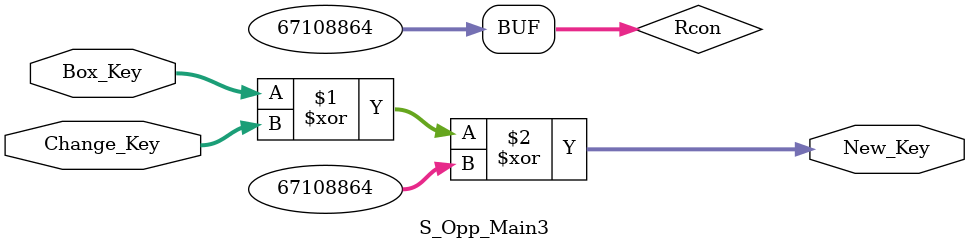
<source format=v>
module S_Opp_Main3(Box_Key,Change_Key,New_Key);
  
  input[31:0]Box_Key,Change_Key;
  
  output[31:0]New_Key;
  
  wire [31:0]Rcon;

assign Rcon=32'b0000_0100_0000_0000_0000_0000_0000_0000;

assign New_Key=Box_Key ^ Change_Key ^ Rcon;

endmodule





</source>
